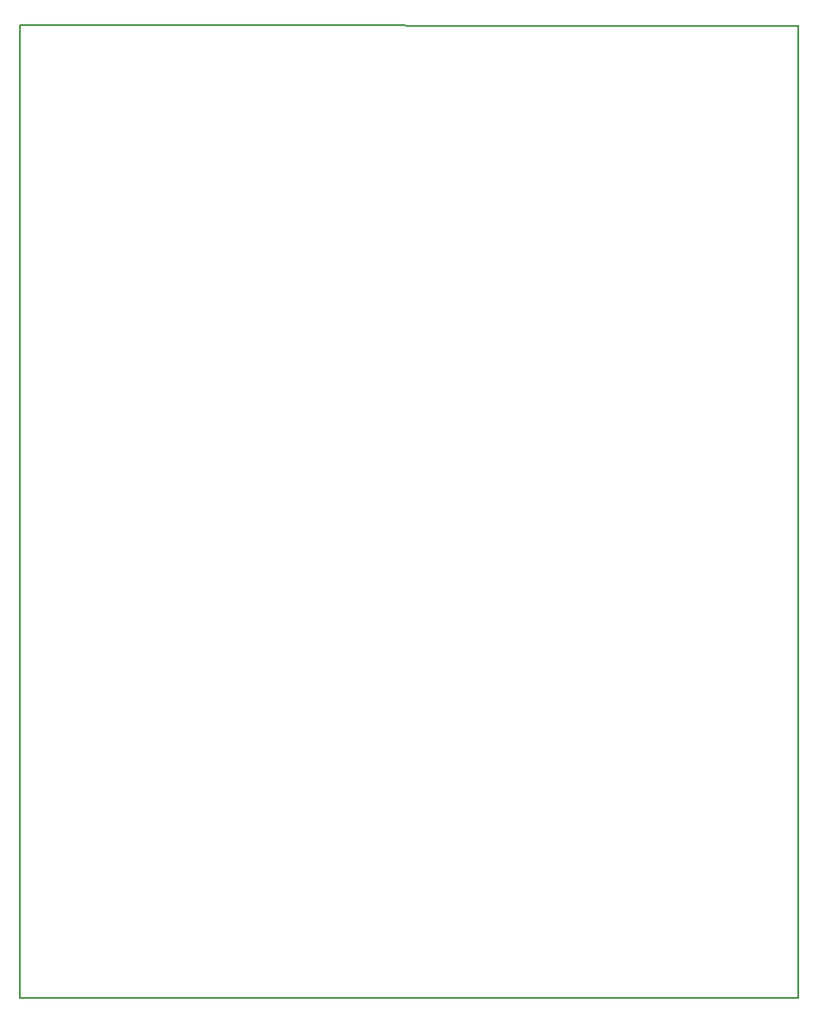
<source format=gko>
G04 #@! TF.FileFunction,Profile,NP*
%FSLAX46Y46*%
G04 Gerber Fmt 4.6, Leading zero omitted, Abs format (unit mm)*
G04 Created by KiCad (PCBNEW 4.0.2-stable) date Friday, July 29, 2016 'PMt' 10:42:28 PM*
%MOMM*%
G01*
G04 APERTURE LIST*
%ADD10C,0.150000*%
G04 APERTURE END LIST*
D10*
X104775000Y-19100000D02*
X28575000Y-19050000D01*
X104775000Y-114300000D02*
X104775000Y-19050000D01*
X28575000Y-114300000D02*
X104775000Y-114300000D01*
X28575000Y-19050000D02*
X28575000Y-114300000D01*
M02*

</source>
